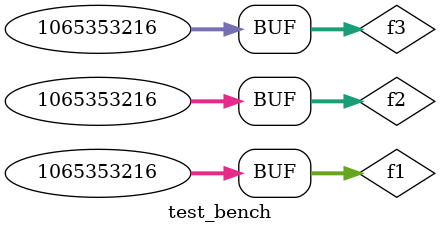
<source format=v>
`timescale 1ns / 1ps
module test_bench();
    reg [31:0] f1, f2, f3;
    wire [31:0] out;
    
    MAF MultAdd(f1, f2, f3, out);
    
    initial begin
        //positive exponents
        f1 = 32'b01000000101000000000000000000000; // 5.0
        f2 = 32'b01000001011110000000000000000000; // 15.5
        f3 = 32'b01000000101000000000000000000000; // 5.0
        #10
        //negative and positive exponent
        f1 = 32'b00111111010100000000000000000000; // 0.8125
        f2 = 32'b01000000111000000000000000000000; // 7.0
        f3 = 32'b01000001011110000000000000000000; // 15.5
        #10
        //1s
        f1 = 32'b00111111100000000000000000000000; // 1
        f2 = 32'b00111111100000000000000000000000; // 1
        f3 = 32'b00111111100000000000000000000000; // 1
        
    end
    
endmodule

</source>
